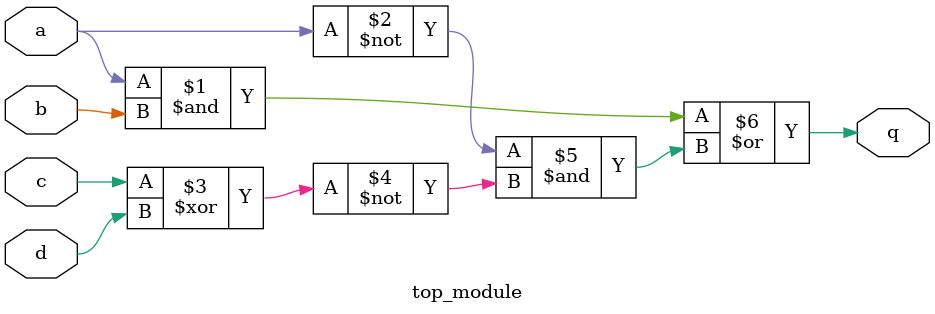
<source format=sv>
module top_module (
  input a, 
  input b, 
  input c, 
  input d,
  output q
);

  assign q = (a & b) | ((~a) & ~(c ^ d));

endmodule

</source>
